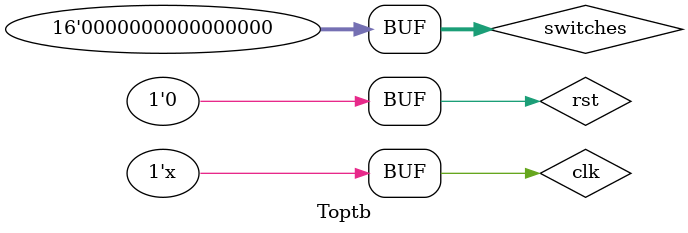
<source format=v>
`timescale 1ns / 1ps
module Toptb();
reg rst;
reg clk;
wire[31:0] out;
reg[15:0] switches;
wire[15:0] LED;
TOP top(clk,rst,switches,out,LED);
initial begin
    switches = 16'b0;
    clk = 1'b0;
    rst = 1'b1;
    #30 rst = 1'b0;
end
always begin #10 clk = ~clk; end
endmodule

</source>
